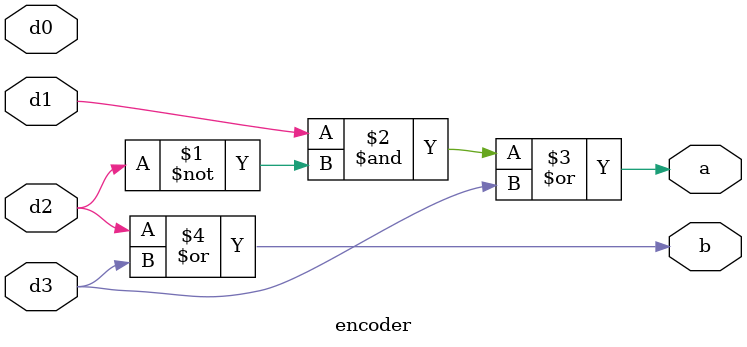
<source format=v>
`timescale 1ns / 1ps


module encoder(
  input d0,d1,d2,d3,
  output a,b);
  assign a=(d1&(~d2))|d3;
  assign b=d2|d3;
endmodule
</source>
